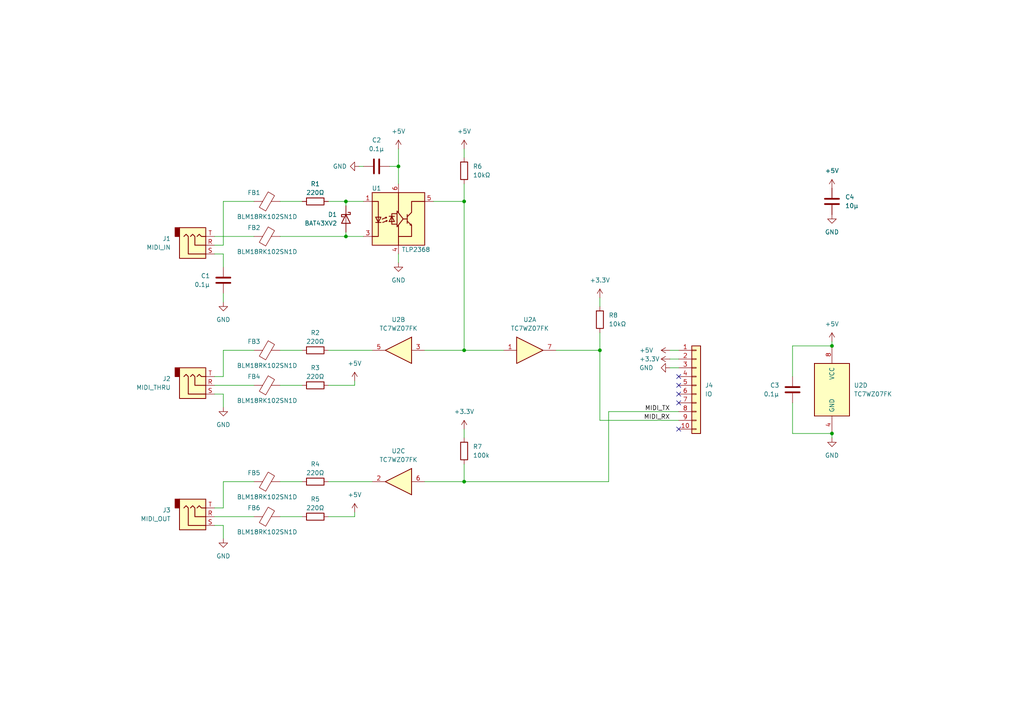
<source format=kicad_sch>
(kicad_sch (version 20211123) (generator eeschema)
  (paper "A4")
  (lib_symbols
    (symbol "Connector:AudioJack3"
      (property "Reference" "J" (at 0 8.89 0))
      (property "Value" "AudioJack3" (at 0 6.35 0))
      (symbol "AudioJack3_0_1"
        (rectangle (start -5.08 -5.08) (end -6.35 -2.54) (stroke (width 0.254)) (fill (type outline)))
        (polyline (pts (xy 0 -2.54) (xy 0.635 -3.175) (xy 1.27 -2.54) (xy 2.54 -2.54)) (stroke (width 0.254)))
        (polyline (pts (xy -1.905 -2.54) (xy -1.27 -3.175) (xy -0.635 -2.54) (xy -0.635 0) (xy 2.54 0)) (stroke (width 0.254)))
        (polyline (pts (xy 2.54 2.54) (xy -2.54 2.54) (xy -2.54 -2.54) (xy -3.175 -3.175) (xy -3.81 -2.54)) (stroke (width 0.254)))
        (rectangle (start 2.54 3.81) (end -5.08 -5.08) (stroke (width 0.254)) (fill (type background)))
      )
      (symbol "AudioJack3_1_1"
        (pin passive line (at 5.08 0 180) (length 2.54) (name "~") (number "R"))
        (pin passive line (at 5.08 2.54 180) (length 2.54) (name "~") (number "S"))
        (pin passive line (at 5.08 -2.54 180) (length 2.54) (name "~") (number "T"))
      )
    )
    (symbol "Connector_Generic:Conn_01x10" (pin_names (offset 1.016) hide)
      (property "Reference" "J" (at 0 12.7 0))
      (property "Value" "Conn_01x10" (at 0 -15.24 0))
      (symbol "Conn_01x10_1_1"
        (rectangle (start -1.27 -12.573) (end 0 -12.827) (stroke (width 0.1524)))
        (rectangle (start -1.27 -10.033) (end 0 -10.287) (stroke (width 0.1524)))
        (rectangle (start -1.27 -7.493) (end 0 -7.747) (stroke (width 0.1524)))
        (rectangle (start -1.27 -4.953) (end 0 -5.207) (stroke (width 0.1524)))
        (rectangle (start -1.27 -2.413) (end 0 -2.667) (stroke (width 0.1524)))
        (rectangle (start -1.27 0.127) (end 0 -0.127) (stroke (width 0.1524)))
        (rectangle (start -1.27 2.667) (end 0 2.413) (stroke (width 0.1524)))
        (rectangle (start -1.27 5.207) (end 0 4.953) (stroke (width 0.1524)))
        (rectangle (start -1.27 7.747) (end 0 7.493) (stroke (width 0.1524)))
        (rectangle (start -1.27 10.287) (end 0 10.033) (stroke (width 0.1524)))
        (rectangle (start -1.27 11.43) (end 1.27 -13.97) (stroke (width 0.254)) (fill (type background)))
        (pin passive line (at -5.08 10.16 0) (length 3.81) (name "Pin_1") (number "1"))
        (pin passive line (at -5.08 -12.7 0) (length 3.81) (name "Pin_10") (number "10"))
        (pin passive line (at -5.08 7.62 0) (length 3.81) (name "Pin_2") (number "2"))
        (pin passive line (at -5.08 5.08 0) (length 3.81) (name "Pin_3") (number "3"))
        (pin passive line (at -5.08 2.54 0) (length 3.81) (name "Pin_4") (number "4"))
        (pin passive line (at -5.08 0 0) (length 3.81) (name "Pin_5") (number "5"))
        (pin passive line (at -5.08 -2.54 0) (length 3.81) (name "Pin_6") (number "6"))
        (pin passive line (at -5.08 -5.08 0) (length 3.81) (name "Pin_7") (number "7"))
        (pin passive line (at -5.08 -7.62 0) (length 3.81) (name "Pin_8") (number "8"))
        (pin passive line (at -5.08 -10.16 0) (length 3.81) (name "Pin_9") (number "9"))
      )
    )
    (symbol "Device:C" (pin_numbers hide) (pin_names (offset 0.254))
      (property "Reference" "C" (at 0.635 2.54 0))
      (property "Value" "C" (at 0.635 -2.54 0))
      (symbol "C_0_1"
        (polyline (pts (xy -2.032 -0.762) (xy 2.032 -0.762)) (stroke (width 0.508)))
        (polyline (pts (xy -2.032 0.762) (xy 2.032 0.762)) (stroke (width 0.508)))
      )
      (symbol "C_1_1"
        (pin passive line (at 0 3.81 270) (length 2.794) (name "~") (number "1"))
        (pin passive line (at 0 -3.81 90) (length 2.794) (name "~") (number "2"))
      )
    )
    (symbol "Device:D_Schottky" (pin_numbers hide) (pin_names (offset 1.016) hide)
      (property "Reference" "D" (at 0 2.54 0))
      (property "Value" "D_Schottky" (at 0 -2.54 0))
      (symbol "D_Schottky_0_1"
        (polyline (pts (xy 1.27 0) (xy -1.27 0)))
        (polyline (pts (xy 1.27 1.27) (xy 1.27 -1.27) (xy -1.27 0) (xy 1.27 1.27)) (stroke (width 0.254)))
        (polyline (pts (xy -1.905 0.635) (xy -1.905 1.27) (xy -1.27 1.27) (xy -1.27 -1.27) (xy -0.635 -1.27) (xy -0.635 -0.635)) (stroke (width 0.254)))
      )
      (symbol "D_Schottky_1_1"
        (pin passive line (at -3.81 0 0) (length 2.54) (name "K") (number "1"))
        (pin passive line (at 3.81 0 180) (length 2.54) (name "A") (number "2"))
      )
    )
    (symbol "Device:FerriteBead" (pin_numbers hide) (pin_names (offset 0))
      (property "Reference" "FB" (at -3.81 0.635 90))
      (property "Value" "FerriteBead" (at 3.81 0 90))
      (symbol "FerriteBead_0_1"
        (polyline (pts (xy 0 -1.27) (xy 0 -1.2192)))
        (polyline (pts (xy 0 1.27) (xy 0 1.2954)))
        (polyline (pts (xy -2.7686 0.4064) (xy -1.7018 2.2606) (xy 2.7686 -0.3048) (xy 1.6764 -2.159) (xy -2.7686 0.4064)))
      )
      (symbol "FerriteBead_1_1"
        (pin passive line (at 0 3.81 270) (length 2.54) (name "~") (number "1"))
        (pin passive line (at 0 -3.81 90) (length 2.54) (name "~") (number "2"))
      )
    )
    (symbol "Device:R" (pin_numbers hide) (pin_names (offset 0))
      (property "Reference" "R" (at 2.032 0 90))
      (property "Value" "R" (at 0 0 90))
      (symbol "R_0_1"
        (rectangle (start -1.016 -2.54) (end 1.016 2.54) (stroke (width 0.254)))
      )
      (symbol "R_1_1"
        (pin passive line (at 0 3.81 270) (length 1.27) (name "~") (number "1"))
        (pin passive line (at 0 -3.81 90) (length 1.27) (name "~") (number "2"))
      )
    )
    (symbol "Isolator:TLP2768A" (pin_names (offset 1.016) hide)
      (property "Reference" "U1" (at -6.35 8.89 0))
      (property "Value" "TLP2368" (at 5.08 -8.89 0))
      (symbol "TLP2768A_0_1"
        (rectangle (start -7.62 7.62) (end 7.62 -7.62) (stroke (width 0.254)) (fill (type background)))
        (polyline (pts (xy -6.604 -1.016) (xy -5.08 -1.016)) (stroke (width 0.254)))
        (polyline (pts (xy -5.842 0.508) (xy -5.842 -1.016)) (stroke (width 0.254)))
        (polyline (pts (xy -4.7244 -0.0508) (xy -3.4544 0.4572)) (stroke (width 0.254)))
        (polyline (pts (xy -4.572 -1.016) (xy -3.302 -0.508)) (stroke (width 0.254)))
        (polyline (pts (xy -3.4544 0.4572) (xy -3.7084 0.508)) (stroke (width 0.254)))
        (polyline (pts (xy -3.4544 0.4572) (xy -3.6068 0.2032)) (stroke (width 0.254)))
        (polyline (pts (xy -3.302 -0.508) (xy -3.556 -0.4572)) (stroke (width 0.254)))
        (polyline (pts (xy -3.302 -0.508) (xy -3.4544 -0.762)) (stroke (width 0.254)))
        (polyline (pts (xy -2.6924 0.762) (xy -1.1684 0.762)) (stroke (width 0.254)))
        (polyline (pts (xy -1.9304 -1.524) (xy -1.9304 -0.762)) (stroke (width 0.254)))
        (polyline (pts (xy -1.9304 -1.524) (xy -0.4064 -1.524)) (stroke (width 0.254)))
        (polyline (pts (xy -1.9304 0.762) (xy -1.9304 -0.8128)) (stroke (width 0.254)))
        (polyline (pts (xy 0 -7.62) (xy 0 -1.778)) (stroke (width 0.254)))
        (polyline (pts (xy 0 7.62) (xy 0 1.778)) (stroke (width 0.254)))
        (polyline (pts (xy 1.27 0) (xy 2.54 0)) (stroke (width 0.254)))
        (polyline (pts (xy 2.54 -1.27) (xy 2.54 1.27)) (stroke (width 0.254)))
        (polyline (pts (xy 3.81 -1.8796) (xy 3.3528 -1.7272)) (stroke (width 0.254)))
        (polyline (pts (xy 3.81 -1.8796) (xy 3.6576 -1.4732)) (stroke (width 0.254)))
        (polyline (pts (xy -7.62 5.08) (xy -5.842 5.08) (xy -5.842 0.508)) (stroke (width 0.254)))
        (polyline (pts (xy -5.842 -1.016) (xy -5.842 -5.08) (xy -7.62 -5.08)) (stroke (width 0.254)))
        (polyline (pts (xy -1.9304 0.762) (xy -1.9304 1.524) (xy -0.4064 1.524)) (stroke (width 0.254)))
        (polyline (pts (xy -6.604 0.508) (xy -5.08 0.508) (xy -5.842 -1.016) (xy -6.604 0.508)) (stroke (width 0.254)))
        (polyline (pts (xy -2.6924 -0.762) (xy -1.1684 -0.762) (xy -1.9304 0.762) (xy -2.6924 -0.762)) (stroke (width 0.254)))
        (polyline (pts (xy 1.3716 0) (xy -0.4064 -2.286) (xy -0.4064 2.286) (xy 1.3716 0)) (stroke (width 0.254)))
        (polyline (pts (xy 2.54 -0.635) (xy 3.81 -1.905) (xy 3.81 -5.08) (xy 0 -5.08)) (stroke (width 0.254)))
        (polyline (pts (xy 2.54 0.635) (xy 3.81 1.905) (xy 3.81 5.08) (xy 7.62 5.08)) (stroke (width 0.254)))
      )
      (symbol "TLP2768A_1_1"
        (pin passive line (at -10.16 5.08 0) (length 2.54) (name "A") (number "1"))
        (pin passive line (at -10.16 -5.08 0) (length 2.54) (name "K") (number "3"))
        (pin power_in line (at 0 -10.16 90) (length 2.54) (name "GND") (number "4"))
        (pin open_collector line (at 10.16 5.08 180) (length 2.54) (name "VO") (number "5"))
        (pin power_in line (at 0 10.16 270) (length 2.54) (name "VDD") (number "6"))
      )
    )
    (symbol "TC7WZ07FK:TC7WZ07FK" (pin_names (offset 1.016))
      (property "Reference" "U" (at 0 1.27 0))
      (property "Value" "TC7WZ07FK" (at 0 -1.27 0))
      (symbol "TC7WZ07FK_1_0"
        (polyline (pts (xy -3.81 3.81) (xy -3.81 -3.81) (xy 3.81 0) (xy -3.81 3.81)) (stroke (width 0.254)) (fill (type background)))
        (pin input line (at -7.62 0 0) (length 3.81) (name "~") (number "1"))
        (pin open_collector line (at 7.62 0 180) (length 3.81) (name "~") (number "7"))
      )
      (symbol "TC7WZ07FK_2_0"
        (polyline (pts (xy -3.81 3.81) (xy -3.81 -3.81) (xy 3.81 0) (xy -3.81 3.81)) (stroke (width 0.254)) (fill (type background)))
        (pin input line (at -7.62 0 0) (length 3.81) (name "~") (number "3"))
        (pin open_collector line (at 7.62 0 180) (length 3.81) (name "~") (number "5"))
      )
      (symbol "TC7WZ07FK_3_0"
        (polyline (pts (xy -3.81 3.81) (xy -3.81 -3.81) (xy 3.81 0) (xy -3.81 3.81)) (stroke (width 0.254)) (fill (type background)))
        (pin open_collector line (at 7.62 0 180) (length 3.81) (name "~") (number "2"))
        (pin input line (at -7.62 0 0) (length 3.81) (name "~") (number "6"))
      )
      (symbol "TC7WZ07FK_4_0"
        (pin power_in line (at 0 -12.7 90) (length 5.08) (name "GND") (number "4"))
        (pin power_in line (at 0 12.7 270) (length 5.08) (name "VCC") (number "8"))
      )
      (symbol "TC7WZ07FK_4_1"
        (rectangle (start -5.08 7.62) (end 5.08 -7.62) (stroke (width 0.254)) (fill (type background)))
      )
    )
    (symbol "power:+3.3V" (power) (pin_names (offset 0))
      (property "Value" "+3.3V" (at 0 3.556 0))
      (symbol "+3.3V_0_1"
        (polyline (pts (xy -0.762 1.27) (xy 0 2.54)))
        (polyline (pts (xy 0 0) (xy 0 2.54)))
        (polyline (pts (xy 0 2.54) (xy 0.762 1.27)))
      )
      (symbol "+3.3V_1_1"
        (pin power_in line (at 0 0 90) (length 0) hide (name "+3.3V") (number "1"))
      )
    )
    (symbol "power:+5V" (power) (pin_names (offset 0))
      (property "Value" "+5V" (at 0 3.556 0))
      (symbol "+5V_0_1"
        (polyline (pts (xy -0.762 1.27) (xy 0 2.54)))
        (polyline (pts (xy 0 0) (xy 0 2.54)))
        (polyline (pts (xy 0 2.54) (xy 0.762 1.27)))
      )
      (symbol "+5V_1_1"
        (pin power_in line (at 0 0 90) (length 0) hide (name "+5V") (number "1"))
      )
    )
    (symbol "power:GND" (power) (pin_names (offset 0))
      (property "Value" "GND" (at 0 -3.81 0))
      (symbol "GND_0_1"
        (polyline (pts (xy 0 0) (xy 0 -1.27) (xy 1.27 -1.27) (xy 0 -2.54) (xy -1.27 -1.27) (xy 0 -1.27)))
      )
      (symbol "GND_1_1"
        (pin power_in line (at 0 0 270) (length 0) hide (name "GND") (number "1"))
      )
    )
    (symbol "power:PWR_FLAG" (power) (pin_numbers hide) (pin_names (offset 0) hide)
      (property "Value" "PWR_FLAG" (at 0 3.81 0))
      (symbol "PWR_FLAG_0_0"
        (pin power_out line (at 0 0 90) (length 0) (name "pwr") (number "1"))
      )
      (symbol "PWR_FLAG_0_1"
        (polyline (pts (xy 0 0) (xy 0 1.27) (xy -1.016 1.905) (xy 0 2.54) (xy 1.016 1.905) (xy 0 1.27)))
      )
    )
  )
  (junction (at 134.62 101.6))
  (junction (at 115.57 48.26))
  (junction (at 134.62 139.7))
  (junction (at 100.33 58.42))
  (junction (at 100.33 68.58))
  (junction (at 173.99 101.6))
  (junction (at 241.3 125.73))
  (junction (at 134.62 58.42))
  (junction (at 241.3 100.33))
  (no_connect (at 196.85 111.76))
  (no_connect (at 196.85 124.46))
  (no_connect (at 196.85 116.84))
  (no_connect (at 196.85 114.3))
  (no_connect (at 196.85 109.22))
  (wire (pts (xy 229.87 116.84) (xy 229.87 125.73)))
  (wire (pts (xy 81.28 139.7) (xy 87.63 139.7)))
  (wire (pts (xy 196.85 121.92) (xy 173.99 121.92)))
  (wire (pts (xy 95.25 58.42) (xy 100.33 58.42)))
  (wire (pts (xy 241.3 125.73) (xy 241.3 127)))
  (wire (pts (xy 81.28 101.6) (xy 87.63 101.6)))
  (wire (pts (xy 62.23 111.76) (xy 73.66 111.76)))
  (wire (pts (xy 100.33 68.58) (xy 105.41 68.58)))
  (wire (pts (xy 62.23 109.22) (xy 64.77 109.22)))
  (wire (pts (xy 64.77 152.4) (xy 62.23 152.4)))
  (wire (pts (xy 64.77 73.66) (xy 62.23 73.66)))
  (wire (pts (xy 64.77 156.21) (xy 64.77 152.4)))
  (wire (pts (xy 161.29 101.6) (xy 173.99 101.6)))
  (wire (pts (xy 62.23 149.86) (xy 73.66 149.86)))
  (wire (pts (xy 64.77 118.11) (xy 64.77 114.3)))
  (wire (pts (xy 241.3 99.06) (xy 241.3 100.33)))
  (wire (pts (xy 194.31 104.14) (xy 196.85 104.14)))
  (wire (pts (xy 64.77 114.3) (xy 62.23 114.3)))
  (wire (pts (xy 73.66 139.7) (xy 64.77 139.7)))
  (wire (pts (xy 229.87 100.33) (xy 229.87 109.22)))
  (wire (pts (xy 134.62 124.46) (xy 134.62 127)))
  (wire (pts (xy 102.87 111.76) (xy 95.25 111.76)))
  (wire (pts (xy 73.66 101.6) (xy 64.77 101.6)))
  (wire (pts (xy 64.77 85.09) (xy 64.77 87.63)))
  (wire (pts (xy 134.62 58.42) (xy 134.62 101.6)))
  (wire (pts (xy 123.19 101.6) (xy 134.62 101.6)))
  (wire (pts (xy 81.28 68.58) (xy 100.33 68.58)))
  (wire (pts (xy 64.77 101.6) (xy 64.77 109.22)))
  (wire (pts (xy 102.87 110.49) (xy 102.87 111.76)))
  (wire (pts (xy 115.57 43.18) (xy 115.57 48.26)))
  (wire (pts (xy 173.99 96.52) (xy 173.99 101.6)))
  (wire (pts (xy 100.33 58.42) (xy 100.33 59.69)))
  (wire (pts (xy 173.99 86.36) (xy 173.99 88.9)))
  (wire (pts (xy 134.62 139.7) (xy 176.53 139.7)))
  (wire (pts (xy 95.25 101.6) (xy 107.95 101.6)))
  (wire (pts (xy 176.53 119.38) (xy 176.53 139.7)))
  (wire (pts (xy 102.87 149.86) (xy 95.25 149.86)))
  (wire (pts (xy 62.23 147.32) (xy 64.77 147.32)))
  (wire (pts (xy 81.28 149.86) (xy 87.63 149.86)))
  (wire (pts (xy 81.28 111.76) (xy 87.63 111.76)))
  (wire (pts (xy 194.31 101.6) (xy 196.85 101.6)))
  (wire (pts (xy 229.87 125.73) (xy 241.3 125.73)))
  (wire (pts (xy 62.23 71.12) (xy 64.77 71.12)))
  (wire (pts (xy 134.62 101.6) (xy 146.05 101.6)))
  (wire (pts (xy 115.57 73.66) (xy 115.57 76.2)))
  (wire (pts (xy 194.31 106.68) (xy 196.85 106.68)))
  (wire (pts (xy 113.03 48.26) (xy 115.57 48.26)))
  (wire (pts (xy 100.33 67.31) (xy 100.33 68.58)))
  (wire (pts (xy 134.62 134.62) (xy 134.62 139.7)))
  (wire (pts (xy 173.99 121.92) (xy 173.99 101.6)))
  (wire (pts (xy 64.77 139.7) (xy 64.77 147.32)))
  (wire (pts (xy 100.33 58.42) (xy 105.41 58.42)))
  (wire (pts (xy 176.53 119.38) (xy 196.85 119.38)))
  (wire (pts (xy 125.73 58.42) (xy 134.62 58.42)))
  (wire (pts (xy 123.19 139.7) (xy 134.62 139.7)))
  (wire (pts (xy 64.77 77.47) (xy 64.77 73.66)))
  (wire (pts (xy 104.14 48.26) (xy 105.41 48.26)))
  (wire (pts (xy 134.62 58.42) (xy 134.62 53.34)))
  (wire (pts (xy 102.87 148.59) (xy 102.87 149.86)))
  (wire (pts (xy 241.3 100.33) (xy 229.87 100.33)))
  (wire (pts (xy 134.62 43.18) (xy 134.62 45.72)))
  (wire (pts (xy 95.25 139.7) (xy 107.95 139.7)))
  (wire (pts (xy 64.77 71.12) (xy 64.77 58.42)))
  (wire (pts (xy 62.23 68.58) (xy 73.66 68.58)))
  (wire (pts (xy 115.57 48.26) (xy 115.57 53.34)))
  (wire (pts (xy 64.77 58.42) (xy 73.66 58.42)))
  (wire (pts (xy 81.28 58.42) (xy 87.63 58.42)))
  (label "MIDI_TX" (at 194.31 119.38 180))
  (label "MIDI_RX" (at 194.31 121.92 180))
  (symbol (lib_id "Connector:AudioJack3") (at 57.15 111.76 0) (mirror x) (unit 1)
    (property "Reference" "J2" (at 49.53 109.8549 0) (effects (justify right)))
    (property "Value" "MIDI_THRU" (at 49.53 112.3949 0) (effects (justify right)))
    (property "Footprint" "MJ-8435:MJ-8435" (effects hide))
  )
  (symbol (lib_id "TC7WZ07FK:TC7WZ07FK") (at 115.57 101.6 0) (mirror y) (unit 2)
    (property "Reference" "U2" (at 115.57 92.71 0))
    (property "Value" "TC7WZ07FK" (at 115.57 95.25 0))
    (property "Footprint" "Package_SO:VSSOP-8_2.3x2mm_P0.5mm" (effects hide))
  )
  (symbol (lib_id "Device:C") (at 241.3 58.42 0) (unit 1)
    (property "Reference" "C4" (at 245.11 57.1499 0) (effects (justify left)))
    (property "Value" "10μ" (at 245.11 59.6899 0) (effects (justify left)))
    (property "Footprint" "Capacitor_SMD:C_0402_1005Metric" (effects hide))
  )
  (symbol (lib_id "Device:FerriteBead") (at 77.47 68.58 90) (unit 1)
    (property "Reference" "FB2" (at 73.66 66.04 90))
    (property "Value" "BLM18RK102SN1D" (at 77.47 73.025 90))
    (property "Footprint" "Inductor_SMD:L_0603_1608Metric" (effects hide))
  )
  (symbol (lib_id "power:+5V") (at 320.04 7.62 0) (unit 1)
    (property "Reference" "#PWR020" (effects hide))
    (property "Value" "+5V" (at 320.04 2.54 0))
  )
  (symbol (lib_id "Device:R") (at 91.44 149.86 90) (unit 1)
    (property "Reference" "R5" (at 91.44 144.78 90))
    (property "Value" "220Ω" (at 91.44 147.32 90))
    (property "Footprint" "Resistor_SMD:R_0402_1005Metric" (effects hide))
  )
  (symbol (lib_id "power:+5V") (at 102.87 148.59 0) (unit 1)
    (property "Reference" "#PWR05" (effects hide))
    (property "Value" "+5V" (at 102.87 143.51 0))
  )
  (symbol (lib_id "Device:FerriteBead") (at 77.47 101.6 90) (unit 1)
    (property "Reference" "FB3" (at 73.66 99.06 90))
    (property "Value" "BLM18RK102SN1D" (at 77.47 106.045 90))
    (property "Footprint" "Inductor_SMD:L_0603_1608Metric" (effects hide))
  )
  (symbol (lib_id "Connector:AudioJack3") (at 57.15 149.86 0) (mirror x) (unit 1)
    (property "Reference" "J3" (at 49.53 147.9549 0) (effects (justify right)))
    (property "Value" "MIDI_OUT" (at 49.53 150.4949 0) (effects (justify right)))
    (property "Footprint" "MJ-8435:MJ-8435" (effects hide))
  )
  (symbol (lib_id "Device:R") (at 91.44 111.76 90) (unit 1)
    (property "Reference" "R3" (at 91.44 106.68 90))
    (property "Value" "220Ω" (at 91.44 109.22 90))
    (property "Footprint" "Resistor_SMD:R_0402_1005Metric" (effects hide))
  )
  (symbol (lib_id "power:+3.3V") (at 173.99 86.36 0) (unit 1)
    (property "Reference" "#PWR011" (effects hide))
    (property "Value" "+3.3V" (at 173.99 81.28 0))
  )
  (symbol (lib_id "power:GND") (at 64.77 87.63 0) (unit 1)
    (property "Reference" "#PWR01" (effects hide))
    (property "Value" "GND" (at 64.77 92.71 0))
  )
  (symbol (lib_id "power:GND") (at 308.61 7.62 0) (unit 1)
    (property "Reference" "#PWR019" (effects hide))
    (property "Value" "GND" (at 308.61 12.7 0))
  )
  (symbol (lib_id "power:PWR_FLAG") (at 320.04 17.78 180) (unit 1)
    (property "Reference" "#FLG03" (effects hide))
    (property "Value" "PWR_FLAG" (at 322.58 19.0499 0) (effects (justify right)))
  )
  (symbol (lib_id "power:+5V") (at 102.87 110.49 0) (unit 1)
    (property "Reference" "#PWR04" (effects hide))
    (property "Value" "+5V" (at 102.87 105.41 0))
  )
  (symbol (lib_id "power:+5V") (at 241.3 99.06 0) (unit 1)
    (property "Reference" "#PWR017" (effects hide))
    (property "Value" "+5V" (at 241.3 93.98 0))
  )
  (symbol (lib_id "Connector_Generic:Conn_01x10") (at 201.93 111.76 0) (unit 1)
    (property "Reference" "J4" (at 204.47 111.7599 0) (effects (justify left)))
    (property "Value" "IO" (at 204.47 114.2999 0) (effects (justify left)))
    (property "Footprint" "Pin_Sidemount:PinSocket_1x10_P2.54_Sidemount" (effects hide))
  )
  (symbol (lib_id "power:GND") (at 241.3 62.23 0) (unit 1)
    (property "Reference" "#PWR016" (effects hide))
    (property "Value" "GND" (at 241.3 67.31 0))
  )
  (symbol (lib_id "power:+5V") (at 241.3 54.61 0) (unit 1)
    (property "Reference" "#PWR015" (effects hide))
    (property "Value" "+5V" (at 241.3 49.53 0))
  )
  (symbol (lib_id "Device:R") (at 91.44 139.7 90) (unit 1)
    (property "Reference" "R4" (at 91.44 134.62 90))
    (property "Value" "220Ω" (at 91.44 137.16 90))
    (property "Footprint" "Resistor_SMD:R_0402_1005Metric" (effects hide))
  )
  (symbol (lib_id "power:GND") (at 115.57 76.2 0) (unit 1)
    (property "Reference" "#PWR08" (effects hide))
    (property "Value" "GND" (at 115.57 81.28 0))
  )
  (symbol (lib_id "Connector:AudioJack3") (at 57.15 71.12 0) (mirror x) (unit 1)
    (property "Reference" "J1" (at 49.53 69.2149 0) (effects (justify right)))
    (property "Value" "MIDI_IN" (at 49.53 71.7549 0) (effects (justify right)))
    (property "Footprint" "MJ-8435:MJ-8435" (effects hide))
  )
  (symbol (lib_id "power:GND") (at 241.3 127 0) (unit 1)
    (property "Reference" "#PWR018" (effects hide))
    (property "Value" "GND" (at 241.3 132.08 0))
  )
  (symbol (lib_id "Device:C") (at 64.77 81.28 0) (mirror x) (unit 1)
    (property "Reference" "C1" (at 60.96 80.0099 0) (effects (justify right)))
    (property "Value" "0.1μ" (at 60.96 82.5499 0) (effects (justify right)))
    (property "Footprint" "Capacitor_SMD:C_0402_1005Metric" (effects hide))
  )
  (symbol (lib_id "Device:C") (at 109.22 48.26 90) (unit 1)
    (property "Reference" "C2" (at 109.22 40.64 90))
    (property "Value" "0.1μ" (at 109.22 43.18 90))
    (property "Footprint" "Capacitor_SMD:C_0402_1005Metric" (effects hide))
  )
  (symbol (lib_id "power:GND") (at 104.14 48.26 270) (unit 1)
    (property "Reference" "#PWR06" (effects hide))
    (property "Value" "GND" (at 96.52 48.26 90) (effects (justify left)))
  )
  (symbol (lib_id "Device:R") (at 91.44 58.42 90) (unit 1)
    (property "Reference" "R1" (at 91.44 53.34 90))
    (property "Value" "220Ω" (at 91.44 55.88 90))
    (property "Footprint" "Resistor_SMD:R_0402_1005Metric" (effects hide))
  )
  (symbol (lib_id "Device:R") (at 91.44 101.6 90) (unit 1)
    (property "Reference" "R2" (at 91.44 96.52 90))
    (property "Value" "220Ω" (at 91.44 99.06 90))
    (property "Footprint" "Resistor_SMD:R_0402_1005Metric" (effects hide))
  )
  (symbol (lib_id "power:GND") (at 64.77 156.21 0) (unit 1)
    (property "Reference" "#PWR03" (effects hide))
    (property "Value" "GND" (at 64.77 161.29 0))
  )
  (symbol (lib_id "power:+3.3V") (at 134.62 124.46 0) (unit 1)
    (property "Reference" "#PWR010" (effects hide))
    (property "Value" "+3.3V" (at 134.62 119.38 0))
  )
  (symbol (lib_id "power:+5V") (at 134.62 43.18 0) (unit 1)
    (property "Reference" "#PWR09" (effects hide))
    (property "Value" "+5V" (at 134.62 38.1 0))
  )
  (symbol (lib_id "power:+3.3V") (at 194.31 104.14 90) (unit 1)
    (property "Reference" "#PWR013" (effects hide))
    (property "Value" "+3.3V" (at 185.42 104.14 90) (effects (justify right)))
  )
  (symbol (lib_id "Isolator:TLP2768A") (at 115.57 63.5 0) (unit 1)
    (property "Reference" "U1" (at 109.22 54.61 0))
    (property "Value" "TLP2368" (at 120.65 72.39 0))
    (property "Footprint" "Package_SO:SO-5_4.4x3.6mm_P1.27mm" (effects hide))
  )
  (symbol (lib_id "power:PWR_FLAG") (at 308.61 7.62 0) (unit 1)
    (property "Reference" "#FLG01" (effects hide))
    (property "Value" "PWR_FLAG" (at 308.61 2.54 0))
  )
  (symbol (lib_id "TC7WZ07FK:TC7WZ07FK") (at 241.3 113.03 0) (unit 4)
    (property "Reference" "U2" (at 247.65 111.7599 0) (effects (justify left)))
    (property "Value" "TC7WZ07FK" (at 247.65 114.2999 0) (effects (justify left)))
    (property "Footprint" "Package_SO:VSSOP-8_2.3x2mm_P0.5mm" (effects hide))
  )
  (symbol (lib_id "Device:FerriteBead") (at 77.47 149.86 90) (unit 1)
    (property "Reference" "FB6" (at 73.66 147.32 90))
    (property "Value" "BLM18RK102SN1D" (at 77.47 154.305 90))
    (property "Footprint" "Inductor_SMD:L_0603_1608Metric" (effects hide))
  )
  (symbol (lib_id "TC7WZ07FK:TC7WZ07FK") (at 115.57 139.7 0) (mirror y) (unit 3)
    (property "Reference" "U2" (at 115.57 130.81 0))
    (property "Value" "TC7WZ07FK" (at 115.57 133.35 0))
    (property "Footprint" "Package_SO:VSSOP-8_2.3x2mm_P0.5mm" (effects hide))
  )
  (symbol (lib_id "Device:R") (at 173.99 92.71 0) (unit 1)
    (property "Reference" "R8" (at 176.53 91.4399 0) (effects (justify left)))
    (property "Value" "10kΩ" (at 176.53 93.9799 0) (effects (justify left)))
    (property "Footprint" "Resistor_SMD:R_0402_1005Metric" (effects hide))
  )
  (symbol (lib_id "Device:FerriteBead") (at 77.47 139.7 90) (unit 1)
    (property "Reference" "FB5" (at 73.66 137.16 90))
    (property "Value" "BLM18RK102SN1D" (at 77.47 144.145 90))
    (property "Footprint" "Inductor_SMD:L_0603_1608Metric" (effects hide))
  )
  (symbol (lib_id "Device:D_Schottky") (at 100.33 63.5 270) (unit 1)
    (property "Reference" "D1" (at 97.79 62.23 90) (effects (justify right)))
    (property "Value" "BAT43XV2" (at 97.79 64.77 90) (effects (justify right)))
    (property "Footprint" "Diode_SMD:D_SOD-523" (effects hide))
  )
  (symbol (lib_id "Device:R") (at 134.62 130.81 0) (unit 1)
    (property "Reference" "R7" (at 137.16 129.5399 0) (effects (justify left)))
    (property "Value" "100k" (at 137.16 132.0799 0) (effects (justify left)))
    (property "Footprint" "Resistor_SMD:R_0402_1005Metric" (effects hide))
  )
  (symbol (lib_id "power:PWR_FLAG") (at 320.04 7.62 180) (unit 1)
    (property "Reference" "#FLG02" (effects hide))
    (property "Value" "PWR_FLAG" (at 322.58 8.8899 0) (effects (justify right)))
  )
  (symbol (lib_id "power:GND") (at 194.31 106.68 270) (unit 1)
    (property "Reference" "#PWR014" (effects hide))
    (property "Value" "GND" (at 185.42 106.68 90) (effects (justify left)))
  )
  (symbol (lib_id "TC7WZ07FK:TC7WZ07FK") (at 153.67 101.6 0) (unit 1)
    (property "Reference" "U2" (at 153.67 92.71 0))
    (property "Value" "TC7WZ07FK" (at 153.67 95.25 0))
    (property "Footprint" "Package_SO:VSSOP-8_2.3x2mm_P0.5mm" (effects hide))
  )
  (symbol (lib_id "power:GND") (at 64.77 118.11 0) (unit 1)
    (property "Reference" "#PWR02" (effects hide))
    (property "Value" "GND" (at 64.77 123.19 0))
  )
  (symbol (lib_id "power:+5V") (at 115.57 43.18 0) (unit 1)
    (property "Reference" "#PWR07" (effects hide))
    (property "Value" "+5V" (at 115.57 38.1 0))
  )
  (symbol (lib_id "Device:C") (at 229.87 113.03 0) (mirror x) (unit 1)
    (property "Reference" "C3" (at 226.06 111.7599 0) (effects (justify right)))
    (property "Value" "0.1μ" (at 226.06 114.2999 0) (effects (justify right)))
    (property "Footprint" "Capacitor_SMD:C_0402_1005Metric" (effects hide))
  )
  (symbol (lib_id "Device:FerriteBead") (at 77.47 58.42 90) (unit 1)
    (property "Reference" "FB1" (at 73.66 55.88 90))
    (property "Value" "BLM18RK102SN1D" (at 77.47 62.865 90))
    (property "Footprint" "Inductor_SMD:L_0603_1608Metric" (effects hide))
  )
  (symbol (lib_id "power:+5V") (at 194.31 101.6 90) (unit 1)
    (property "Reference" "#PWR012" (effects hide))
    (property "Value" "+5V" (at 185.42 101.6 90) (effects (justify right)))
  )
  (symbol (lib_id "Device:FerriteBead") (at 77.47 111.76 90) (unit 1)
    (property "Reference" "FB4" (at 73.66 109.22 90))
    (property "Value" "BLM18RK102SN1D" (at 77.47 116.205 90))
    (property "Footprint" "Inductor_SMD:L_0603_1608Metric" (effects hide))
  )
  (symbol (lib_id "Device:R") (at 134.62 49.53 0) (unit 1)
    (property "Reference" "R6" (at 137.16 48.2599 0) (effects (justify left)))
    (property "Value" "10kΩ" (at 137.16 50.7999 0) (effects (justify left)))
    (property "Footprint" "Resistor_SMD:R_0402_1005Metric" (effects hide))
  )
  (symbol (lib_id "power:+3.3V") (at 320.04 17.78 0) (unit 1)
    (property "Reference" "#PWR021" (effects hide))
    (property "Value" "+3.3V" (at 320.04 12.7 0))
  )
)
</source>
